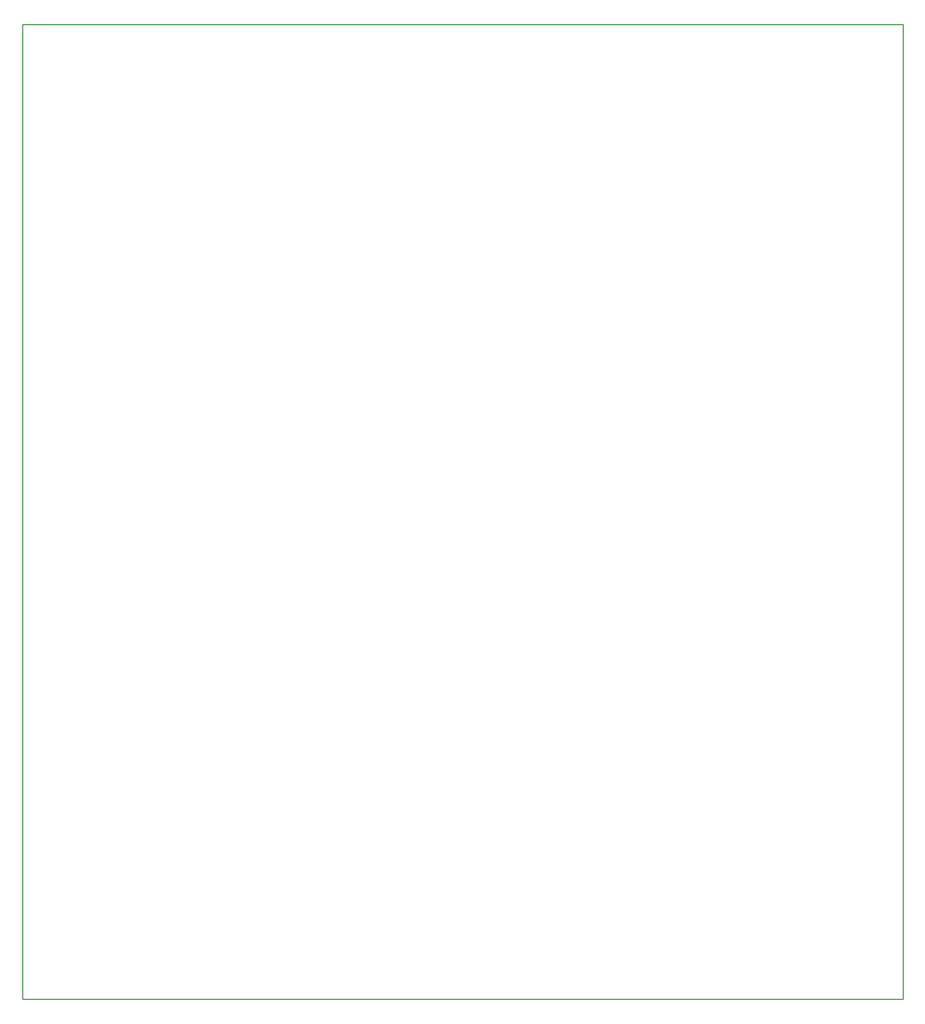
<source format=gbr>
%TF.GenerationSoftware,KiCad,Pcbnew,7.0.1*%
%TF.CreationDate,2023-05-31T13:14:41-06:00*%
%TF.ProjectId,Phase_D_STM_Shield,50686173-655f-4445-9f53-544d5f536869,rev?*%
%TF.SameCoordinates,Original*%
%TF.FileFunction,Profile,NP*%
%FSLAX46Y46*%
G04 Gerber Fmt 4.6, Leading zero omitted, Abs format (unit mm)*
G04 Created by KiCad (PCBNEW 7.0.1) date 2023-05-31 13:14:41*
%MOMM*%
%LPD*%
G01*
G04 APERTURE LIST*
%TA.AperFunction,Profile*%
%ADD10C,0.100000*%
%TD*%
G04 APERTURE END LIST*
D10*
X80645000Y-27940000D02*
X157480000Y-27940000D01*
X157480000Y-113030000D01*
X80645000Y-113030000D01*
X80645000Y-27940000D01*
M02*

</source>
